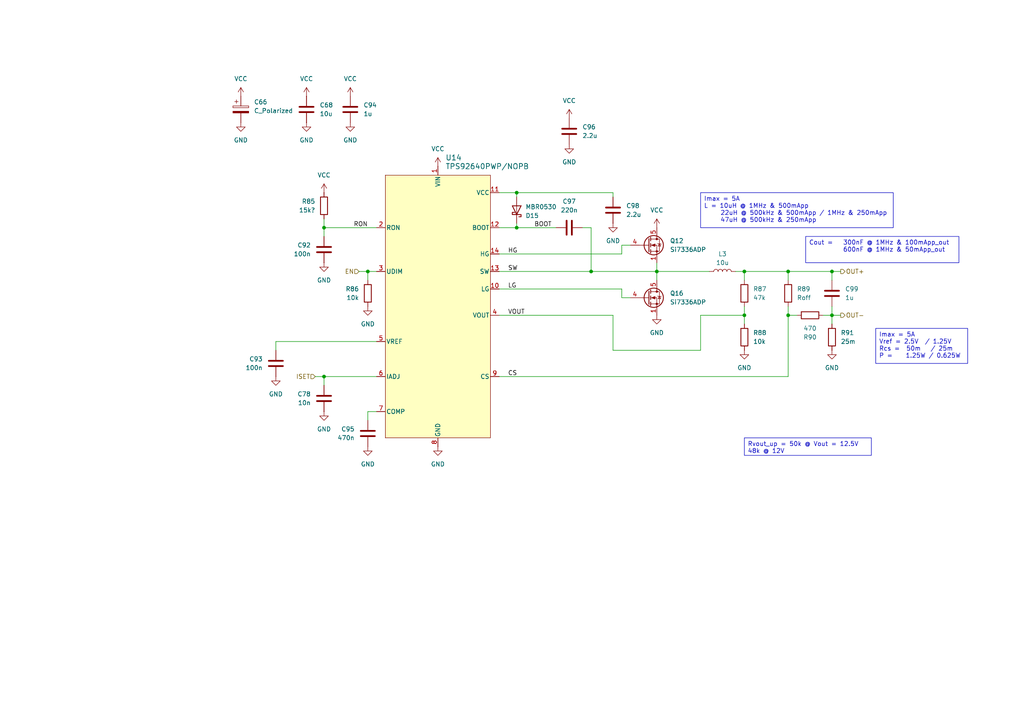
<source format=kicad_sch>
(kicad_sch (version 20231120) (generator "eeschema") (generator_version "8.0")
  (paper "A4")
  (title_block (title "Beerpak") (company "©2024 Luca Anastasio"))
  (lib_symbols
    (symbol "Device:C" (pin_numbers hide) (pin_names (offset 0.254))
      (property "Reference" "C" (at 0.635 2.54 0))
      (property "Value" "C" (at 0.635 -2.54 0))
      (symbol "C_0_1"
        (polyline (pts (xy -2.032 -0.762) (xy 2.032 -0.762)) (stroke (width 0.508)))
        (polyline (pts (xy -2.032 0.762) (xy 2.032 0.762)) (stroke (width 0.508)))
      )
      (symbol "C_1_1"
        (pin passive line (at 0 3.81 270) (length 2.794) (name "~") (number "1"))
        (pin passive line (at 0 -3.81 90) (length 2.794) (name "~") (number "2"))
      )
    )
    (symbol "Device:C_Polarized" (pin_numbers hide) (pin_names (offset 0.254))
      (property "Reference" "C" (at 0.635 2.54 0))
      (property "Value" "C_Polarized" (at 0.635 -2.54 0))
      (symbol "C_Polarized_0_1"
        (rectangle (start -2.286 0.508) (end 2.286 1.016))
        (polyline (pts (xy -1.778 2.286) (xy -0.762 2.286)))
        (polyline (pts (xy -1.27 2.794) (xy -1.27 1.778)))
        (rectangle (start 2.286 -0.508) (end -2.286 -1.016) (fill (type outline)))
      )
      (symbol "C_Polarized_1_1"
        (pin passive line (at 0 3.81 270) (length 2.794) (name "~") (number "1"))
        (pin passive line (at 0 -3.81 90) (length 2.794) (name "~") (number "2"))
      )
    )
    (symbol "Device:L" (pin_numbers hide) (pin_names (offset 1.016) hide)
      (property "Reference" "L" (at -1.27 0 90))
      (property "Value" "L" (at 1.905 0 90))
      (symbol "L_0_1"
        (arc (start 0 -2.54) (mid 0.6323 -1.905) (end 0 -1.27))
        (arc (start 0 -1.27) (mid 0.6323 -0.635) (end 0 0))
        (arc (start 0 0) (mid 0.6323 0.635) (end 0 1.27))
        (arc (start 0 1.27) (mid 0.6323 1.905) (end 0 2.54))
      )
      (symbol "L_1_1"
        (pin passive line (at 0 3.81 270) (length 1.27) (name "1") (number "1"))
        (pin passive line (at 0 -3.81 90) (length 1.27) (name "2") (number "2"))
      )
    )
    (symbol "Device:R" (pin_numbers hide) (pin_names (offset 0))
      (property "Reference" "R" (at 2.032 0 90))
      (property "Value" "R" (at 0 0 90))
      (symbol "R_0_1"
        (rectangle (start -1.016 -2.54) (end 1.016 2.54) (stroke (width 0.254)))
      )
      (symbol "R_1_1"
        (pin passive line (at 0 3.81 270) (length 1.27) (name "~") (number "1"))
        (pin passive line (at 0 -3.81 90) (length 1.27) (name "~") (number "2"))
      )
    )
    (symbol "Diode:MBR0530" (pin_numbers hide) (pin_names (offset 1.016) hide)
      (property "Reference" "D" (at 0 2.54 0))
      (property "Value" "MBR0530" (at 0 -2.54 0))
      (symbol "MBR0530_0_1"
        (polyline (pts (xy 1.27 0) (xy -1.27 0)))
        (polyline (pts (xy 1.27 1.27) (xy 1.27 -1.27) (xy -1.27 0) (xy 1.27 1.27)) (stroke (width 0.254)))
        (polyline (pts (xy -1.905 0.635) (xy -1.905 1.27) (xy -1.27 1.27) (xy -1.27 -1.27) (xy -0.635 -1.27) (xy -0.635 -0.635)) (stroke (width 0.254)))
      )
      (symbol "MBR0530_1_1"
        (pin passive line (at -3.81 0 0) (length 2.54) (name "K") (number "1"))
        (pin passive line (at 3.81 0 180) (length 2.54) (name "A") (number "2"))
      )
    )
    (symbol "Transistor_FET:Si7336ADP" (pin_names hide)
      (property "Reference" "Q" (at 5.08 1.905 0))
      (property "Value" "Si7336ADP" (at 5.08 0 0))
      (symbol "Si7336ADP_0_1"
        (polyline (pts (xy 0.254 0) (xy -2.54 0)))
        (polyline (pts (xy 0.254 1.905) (xy 0.254 -1.905)) (stroke (width 0.254)))
        (polyline (pts (xy 0.762 -1.27) (xy 0.762 -2.286)) (stroke (width 0.254)))
        (polyline (pts (xy 0.762 0.508) (xy 0.762 -0.508)) (stroke (width 0.254)))
        (polyline (pts (xy 0.762 2.286) (xy 0.762 1.27)) (stroke (width 0.254)))
        (polyline (pts (xy 2.54 2.54) (xy 2.54 1.778)))
        (polyline (pts (xy 2.54 -2.54) (xy 2.54 0) (xy 0.762 0)))
        (polyline (pts (xy 0.762 -1.778) (xy 3.302 -1.778) (xy 3.302 1.778) (xy 0.762 1.778)))
        (polyline (pts (xy 1.016 0) (xy 2.032 0.381) (xy 2.032 -0.381) (xy 1.016 0)) (fill (type outline)))
        (polyline (pts (xy 2.794 0.508) (xy 2.921 0.381) (xy 3.683 0.381) (xy 3.81 0.254)))
        (polyline (pts (xy 3.302 0.381) (xy 2.921 -0.254) (xy 3.683 -0.254) (xy 3.302 0.381)))
        (circle (center 1.651 0) (radius 2.794) (stroke (width 0.254)))
        (circle (center 2.54 -1.778) (radius 0.254) (fill (type outline)))
        (circle (center 2.54 1.778) (radius 0.254) (fill (type outline)))
      )
      (symbol "Si7336ADP_1_1"
        (pin passive line (at 2.54 -5.08 90) (length 2.54) (name "S") (number "1"))
        (pin passive line (at 2.54 -5.08 90) (length 2.54) hide (name "S") (number "2"))
        (pin passive line (at 2.54 -5.08 90) (length 2.54) hide (name "S") (number "3"))
        (pin input line (at -5.08 0 0) (length 2.54) (name "G") (number "4"))
        (pin passive line (at 2.54 5.08 270) (length 2.54) (name "D") (number "5"))
      )
    )
    (symbol "portabeer:TPS92640" (pin_names (offset 0.254))
      (property "Reference" "U" (at 15.24 43.688 0))
      (property "Value" "TPS92640PWP/NOPB" (at 15.24 41.148 0))
      (symbol "TPS92640_0_1"
        (pin power_in line (at 0 40.64 270) (length 2.54) (name "VIN") (number "1"))
        (pin output line (at 17.78 5.08 180) (length 2.54) (name "LG") (number "10"))
        (pin power_in line (at 17.78 33.02 180) (length 2.54) (name "VCC") (number "11"))
        (pin power_in line (at 17.78 22.86 180) (length 2.54) (name "BOOT") (number "12"))
        (pin power_in line (at 17.78 10.16 180) (length 2.54) (name "SW") (number "13"))
        (pin output line (at 17.78 15.24 180) (length 2.54) (name "HG") (number "14"))
        (pin input line (at -17.78 22.86 0) (length 2.54) (name "RON") (number "2"))
        (pin input line (at -17.78 10.16 0) (length 2.54) (name "UDIM") (number "3"))
        (pin output line (at 17.78 -2.54 180) (length 2.54) (name "VOUT") (number "4"))
        (pin power_in line (at -17.78 -10.16 0) (length 2.54) (name "VREF") (number "5"))
        (pin input line (at -17.78 -20.32 0) (length 2.54) (name "IADJ") (number "6"))
        (pin output line (at -17.78 -30.48 0) (length 2.54) (name "COMP") (number "7"))
        (pin power_in line (at 0 -40.64 90) (length 2.54) (name "GND") (number "8"))
        (pin input line (at 17.78 -20.32 180) (length 2.54) (name "CS") (number "9"))
      )
      (symbol "TPS92640_1_1"
        (rectangle (start -15.24 38.1) (end 15.24 -38.1) (fill (type background)))
        (pin power_in line (at 0 -40.64 90) (length 2.54) hide (name "PAD") (number "15"))
      )
    )
    (symbol "power:GND" (power) (pin_numbers hide) (pin_names (offset 0) hide)
      (property "Value" "GND" (at 0 -3.81 0))
      (symbol "GND_0_1"
        (polyline (pts (xy 0 0) (xy 0 -1.27) (xy 1.27 -1.27) (xy 0 -2.54) (xy -1.27 -1.27) (xy 0 -1.27)))
      )
      (symbol "GND_1_1"
        (pin power_in line (at 0 0 270) (length 0) (name "~") (number "1"))
      )
    )
    (symbol "power:VCC" (power) (pin_numbers hide) (pin_names (offset 0) hide)
      (property "Value" "VCC" (at 0 3.556 0))
      (symbol "VCC_0_1"
        (polyline (pts (xy -0.762 1.27) (xy 0 2.54)))
        (polyline (pts (xy 0 0) (xy 0 2.54)))
        (polyline (pts (xy 0 2.54) (xy 0.762 1.27)))
      )
      (symbol "VCC_1_1"
        (pin power_in line (at 0 0 90) (length 0) (name "~") (number "1"))
      )
    )
  )
  (junction (at 241.3 78.74))
  (junction (at 228.6 91.44))
  (junction (at 93.98 66.04))
  (junction (at 106.68 78.74))
  (junction (at 171.45 78.74))
  (junction (at 149.86 66.04))
  (junction (at 241.3 91.44))
  (junction (at 190.5 78.74))
  (junction (at 215.9 78.74))
  (junction (at 228.6 78.74))
  (junction (at 149.86 55.88))
  (junction (at 215.9 91.44))
  (junction (at 93.98 109.22))
  (wire (pts (xy 177.8 101.6) (xy 203.2 101.6)))
  (wire (pts (xy 180.34 71.12) (xy 180.34 73.66)))
  (wire (pts (xy 177.8 55.88) (xy 149.86 55.88)))
  (wire (pts (xy 144.78 55.88) (xy 149.86 55.88)))
  (wire (pts (xy 106.68 78.74) (xy 106.68 81.28)))
  (wire (pts (xy 215.9 91.44) (xy 215.9 93.98)))
  (wire (pts (xy 241.3 78.74) (xy 241.3 81.28)))
  (wire (pts (xy 177.8 57.15) (xy 177.8 55.88)))
  (wire (pts (xy 149.86 55.88) (xy 149.86 57.15)))
  (wire (pts (xy 109.22 66.04) (xy 93.98 66.04)))
  (wire (pts (xy 93.98 109.22) (xy 109.22 109.22)))
  (wire (pts (xy 109.22 119.38) (xy 106.68 119.38)))
  (wire (pts (xy 180.34 83.82) (xy 144.78 83.82)))
  (wire (pts (xy 228.6 88.9) (xy 228.6 91.44)))
  (wire (pts (xy 144.78 91.44) (xy 177.8 91.44)))
  (wire (pts (xy 106.68 119.38) (xy 106.68 121.92)))
  (wire (pts (xy 213.36 78.74) (xy 215.9 78.74)))
  (wire (pts (xy 91.44 109.22) (xy 93.98 109.22)))
  (wire (pts (xy 190.5 78.74) (xy 205.74 78.74)))
  (wire (pts (xy 109.22 99.06) (xy 80.01 99.06)))
  (wire (pts (xy 228.6 81.28) (xy 228.6 78.74)))
  (wire (pts (xy 93.98 66.04) (xy 93.98 68.58)))
  (wire (pts (xy 203.2 101.6) (xy 203.2 91.44)))
  (wire (pts (xy 180.34 86.36) (xy 180.34 83.82)))
  (wire (pts (xy 144.78 66.04) (xy 149.86 66.04)))
  (wire (pts (xy 228.6 78.74) (xy 241.3 78.74)))
  (wire (pts (xy 93.98 109.22) (xy 93.98 111.76)))
  (wire (pts (xy 144.78 109.22) (xy 228.6 109.22)))
  (wire (pts (xy 171.45 66.04) (xy 168.91 66.04)))
  (wire (pts (xy 241.3 91.44) (xy 241.3 93.98)))
  (wire (pts (xy 182.88 71.12) (xy 180.34 71.12)))
  (wire (pts (xy 215.9 88.9) (xy 215.9 91.44)))
  (wire (pts (xy 215.9 78.74) (xy 215.9 81.28)))
  (wire (pts (xy 190.5 78.74) (xy 190.5 81.28)))
  (wire (pts (xy 149.86 66.04) (xy 149.86 64.77)))
  (wire (pts (xy 241.3 88.9) (xy 241.3 91.44)))
  (wire (pts (xy 161.29 66.04) (xy 149.86 66.04)))
  (wire (pts (xy 171.45 66.04) (xy 171.45 78.74)))
  (wire (pts (xy 238.76 91.44) (xy 241.3 91.44)))
  (wire (pts (xy 182.88 86.36) (xy 180.34 86.36)))
  (wire (pts (xy 93.98 63.5) (xy 93.98 66.04)))
  (wire (pts (xy 106.68 78.74) (xy 109.22 78.74)))
  (wire (pts (xy 177.8 91.44) (xy 177.8 101.6)))
  (wire (pts (xy 241.3 91.44) (xy 243.84 91.44)))
  (wire (pts (xy 203.2 91.44) (xy 215.9 91.44)))
  (wire (pts (xy 171.45 78.74) (xy 190.5 78.74)))
  (wire (pts (xy 144.78 78.74) (xy 171.45 78.74)))
  (wire (pts (xy 104.14 78.74) (xy 106.68 78.74)))
  (wire (pts (xy 215.9 78.74) (xy 228.6 78.74)))
  (wire (pts (xy 180.34 73.66) (xy 144.78 73.66)))
  (wire (pts (xy 190.5 76.2) (xy 190.5 78.74)))
  (wire (pts (xy 228.6 109.22) (xy 228.6 91.44)))
  (wire (pts (xy 228.6 91.44) (xy 231.14 91.44)))
  (wire (pts (xy 80.01 99.06) (xy 80.01 101.6)))
  (wire (pts (xy 241.3 78.74) (xy 243.84 78.74)))
  (text_box "Imax = 5A\nVref = 2.5V  / 1.25V\nRcs =  50m   / 25m\nP =    1.25W / 0.625W" (at 254 95.25 0) (size 26.67 10.16) (effects (font (size 1.27 1.27)) (justify left top)))
  (text_box "Rvout_up = 50k @ Vout = 12.5V\n48k @ 12V" (at 215.9 127 0) (size 36.83 5.08) (effects (font (size 1.27 1.27)) (justify left top)))
  (text_box "Imax = 5A\nL = 10uH @ 1MHz & 500mApp\n	22uH @ 500kHz & 500mApp / 1MHz & 250mApp\n	47uH @ 500kHz & 250mApp\n	" (at 203.2 55.88 0) (size 55.88 10.16) (effects (font (size 1.27 1.27)) (justify left top)))
  (text_box "Cout =	300nF @ 1MHz & 100mApp_out\n		600nF @ 1MHz & 50mApp_out" (at 233.68 68.58 0) (size 44.45 7.62) (effects (font (size 1.27 1.27)) (justify left top)))
  (label "HG" (at 147.32 73.66 0))
  (label "SW" (at 147.32 78.74 0))
  (label "CS" (at 147.32 109.22 0))
  (label "BOOT" (at 154.94 66.04 0))
  (label "RON" (at 106.68 66.04 180))
  (label "VOUT" (at 147.32 91.44 0))
  (label "LG" (at 147.32 83.82 0))
  (hierarchical_label "ISET" (shape input) (at 91.44 109.22 180))
  (hierarchical_label "OUT+" (shape output) (at 243.84 78.74 0))
  (hierarchical_label "OUT-" (shape output) (at 243.84 91.44 0))
  (hierarchical_label "EN" (shape input) (at 104.14 78.74 180))
  (symbol (lib_id "power:GND") (at 190.5 91.44 0) (mirror y) (unit 1)
    (property "Reference" "#PWR0306" (effects (hide yes)))
    (property "Value" "GND" (at 190.5 96.52 0))
    (property "Description" "Power symbol creates a global label with name \"GND\" , ground" (effects (hide yes)))
    (instances (project "portabeer_pcb" (path "" (reference "#PWR0306") (unit 1)) (path "" (reference "#PWR0322") (unit 1))))
  )
  (symbol (lib_id "Device:C") (at 177.8 60.96 0) (unit 1)
    (property "Reference" "C98" (at 181.61 59.6899 0) (effects (justify left)))
    (property "Value" "2.2u" (at 181.61 62.2299 0) (effects (justify left)))
    (property "Footprint" "Capacitor_SMD:C_0603_1608Metric" (effects (hide yes)))
    (property "Description" "Unpolarized capacitor" (effects (hide yes)))
    (instances (project "portabeer_pcb" (path "" (reference "C98") (unit 1)) (path "" (reference "C106") (unit 1))))
  )
  (symbol (lib_id "power:VCC") (at 127 48.26 0) (unit 1)
    (property "Reference" "#PWR0300" (effects (hide yes)))
    (property "Value" "VCC" (at 127 43.18 0))
    (property "Description" "Power symbol creates a global label with name \"VCC\"" (effects (hide yes)))
    (instances (project "portabeer_pcb" (path "" (reference "#PWR0300") (unit 1)) (path "" (reference "#PWR0316") (unit 1))))
  )
  (symbol (lib_id "Transistor_FET:Si7336ADP") (at 187.96 86.36 0) (unit 1)
    (property "Reference" "Q16" (at 194.31 85.0899 0) (effects (justify left)))
    (property "Value" "Si7336ADP" (at 194.31 87.6299 0) (effects (justify left)))
    (property "Footprint" "Package_SO:PowerPAK_SO-8_Single" (effects (hide yes)))
    (property "Datasheet" "https://www.vishay.com/docs/73152/si7336adp.pdf" (effects (hide yes)))
    (property "Description" "30A Id, 30V Vds, 2.4mOhm Ron, PowerPAK-8" (effects (hide yes)))
    (instances (project "" (path "" (reference "Q16") (unit 1)) (path "" (reference "Q17") (unit 1))))
  )
  (symbol (lib_id "power:VCC") (at 165.1 34.29 0) (unit 1)
    (property "Reference" "#PWR0302" (effects (hide yes)))
    (property "Value" "VCC" (at 165.1 29.21 0))
    (property "Description" "Power symbol creates a global label with name \"VCC\"" (effects (hide yes)))
    (instances (project "portabeer_pcb" (path "" (reference "#PWR0302") (unit 1)) (path "" (reference "#PWR0318") (unit 1))))
  )
  (symbol (lib_id "Device:C") (at 165.1 38.1 0) (unit 1)
    (property "Reference" "C96" (at 168.91 36.8299 0) (effects (justify left)))
    (property "Value" "2.2u" (at 168.91 39.3699 0) (effects (justify left)))
    (property "Footprint" "Capacitor_SMD:C_0805_2012Metric" (effects (hide yes)))
    (property "Description" "Unpolarized capacitor" (effects (hide yes)))
    (instances (project "portabeer_pcb" (path "" (reference "C96") (unit 1)) (path "" (reference "C104") (unit 1))))
  )
  (symbol (lib_id "power:VCC") (at 69.85 27.94 0) (unit 1)
    (property "Reference" "#PWR0210" (effects (hide yes)))
    (property "Value" "VCC" (at 69.85 22.86 0))
    (property "Description" "Power symbol creates a global label with name \"VCC\"" (effects (hide yes)))
    (instances (project "portabeer_pcb" (path "" (reference "#PWR0210") (unit 1)) (path "" (reference "#PWR0222") (unit 1))))
  )
  (symbol (lib_id "power:VCC") (at 190.5 66.04 0) (unit 1)
    (property "Reference" "#PWR0305" (effects (hide yes)))
    (property "Value" "VCC" (at 190.5 60.96 0))
    (property "Description" "Power symbol creates a global label with name \"VCC\"" (effects (hide yes)))
    (instances (project "portabeer_pcb" (path "" (reference "#PWR0305") (unit 1)) (path "" (reference "#PWR0321") (unit 1))))
  )
  (symbol (lib_id "Device:R") (at 106.68 85.09 0) (mirror y) (unit 1)
    (property "Reference" "R86" (at 104.14 83.8199 0) (effects (justify left)))
    (property "Value" "10k" (at 104.14 86.3599 0) (effects (justify left)))
    (property "Footprint" "Resistor_SMD:R_0603_1608Metric" (effects (hide yes)))
    (property "Description" "Resistor" (effects (hide yes)))
    (instances (project "portabeer_pcb" (path "" (reference "R86") (unit 1)) (path "" (reference "R93") (unit 1))))
  )
  (symbol (lib_id "Device:L") (at 209.55 78.74 90) (unit 1)
    (property "Reference" "L3" (at 209.55 73.66 90))
    (property "Value" "10u" (at 209.55 76.2 90))
    (property "Footprint" "Inductor_SMD:L_Sunlord_MWSA1004S" (effects (hide yes)))
    (property "Description" "Inductor" (effects (hide yes)))
    (instances (project "" (path "" (reference "L3") (unit 1)) (path "" (reference "L4") (unit 1))))
  )
  (symbol (lib_id "Device:R") (at 215.9 97.79 0) (unit 1)
    (property "Reference" "R88" (at 218.44 96.5199 0) (effects (justify left)))
    (property "Value" "10k" (at 218.44 99.0599 0) (effects (justify left)))
    (property "Footprint" "Resistor_SMD:R_0603_1608Metric" (effects (hide yes)))
    (property "Description" "Resistor" (effects (hide yes)))
    (instances (project "portabeer_pcb" (path "" (reference "R88") (unit 1)) (path "" (reference "R95") (unit 1))))
  )
  (symbol (lib_id "Device:C_Polarized") (at 69.85 31.75 0) (unit 1)
    (property "Reference" "C66" (at 73.66 29.5909 0) (effects (justify left)))
    (property "Value" "C_Polarized" (at 73.66 32.1309 0) (effects (justify left)))
    (property "Footprint" "Capacitor_THT:CP_Radial_D10.0mm_P5.00mm" (effects (hide yes)))
    (property "Description" "Polarized capacitor" (effects (hide yes)))
    (instances (project "portabeer_pcb" (path "" (reference "C66") (unit 1)) (path "" (reference "C71") (unit 1))))
  )
  (symbol (lib_id "Device:R") (at 241.3 97.79 0) (unit 1)
    (property "Reference" "R91" (at 243.84 96.5199 0) (effects (justify left)))
    (property "Value" "25m" (at 243.84 99.0599 0) (effects (justify left)))
    (property "Footprint" "Resistor_SMD:R_2010_5025Metric" (effects (hide yes)))
    (property "Description" "Resistor" (effects (hide yes)))
    (instances (project "portabeer_pcb" (path "" (reference "R91") (unit 1)) (path "" (reference "R98") (unit 1))))
  )
  (symbol (lib_id "Device:C") (at 80.01 105.41 0) (unit 1)
    (property "Reference" "C93" (at 76.2 104.1399 0) (effects (justify right)))
    (property "Value" "100n" (at 76.2 106.6799 0) (effects (justify right)))
    (property "Footprint" "Capacitor_SMD:C_0603_1608Metric" (effects (hide yes)))
    (property "Description" "Unpolarized capacitor" (effects (hide yes)))
    (instances (project "portabeer_pcb" (path "" (reference "C93") (unit 1)) (path "" (reference "C101") (unit 1))))
  )
  (symbol (lib_id "Device:C") (at 93.98 72.39 0) (unit 1)
    (property "Reference" "C92" (at 90.17 71.1199 0) (effects (justify right)))
    (property "Value" "100n" (at 90.17 73.6599 0) (effects (justify right)))
    (property "Footprint" "Capacitor_SMD:C_0603_1608Metric" (effects (hide yes)))
    (property "Description" "Unpolarized capacitor" (effects (hide yes)))
    (instances (project "portabeer_pcb" (path "" (reference "C92") (unit 1)) (path "" (reference "C100") (unit 1))))
  )
  (symbol (lib_id "power:GND") (at 241.3 101.6 0) (mirror y) (unit 1)
    (property "Reference" "#PWR0308" (effects (hide yes)))
    (property "Value" "GND" (at 241.3 106.68 0))
    (property "Description" "Power symbol creates a global label with name \"GND\" , ground" (effects (hide yes)))
    (instances (project "portabeer_pcb" (path "" (reference "#PWR0308") (unit 1)) (path "" (reference "#PWR0324") (unit 1))))
  )
  (symbol (lib_id "power:VCC") (at 88.9 27.94 0) (unit 1)
    (property "Reference" "#PWR0217" (effects (hide yes)))
    (property "Value" "VCC" (at 88.9 22.86 0))
    (property "Description" "Power symbol creates a global label with name \"VCC\"" (effects (hide yes)))
    (instances (project "portabeer_pcb" (path "" (reference "#PWR0217") (unit 1)) (path "" (reference "#PWR0262") (unit 1))))
  )
  (symbol (lib_id "power:GND") (at 215.9 101.6 0) (mirror y) (unit 1)
    (property "Reference" "#PWR0307" (effects (hide yes)))
    (property "Value" "GND" (at 215.9 106.68 0))
    (property "Description" "Power symbol creates a global label with name \"GND\" , ground" (effects (hide yes)))
    (instances (project "portabeer_pcb" (path "" (reference "#PWR0307") (unit 1)) (path "" (reference "#PWR0323") (unit 1))))
  )
  (symbol (lib_id "power:GND") (at 88.9 35.56 0) (unit 1)
    (property "Reference" "#PWR0218" (effects (hide yes)))
    (property "Value" "GND" (at 88.9 40.64 0))
    (property "Description" "Power symbol creates a global label with name \"GND\" , ground" (effects (hide yes)))
    (instances (project "portabeer_pcb" (path "" (reference "#PWR0218") (unit 1)) (path "" (reference "#PWR0263") (unit 1))))
  )
  (symbol (lib_id "Transistor_FET:Si7336ADP") (at 187.96 71.12 0) (unit 1)
    (property "Reference" "Q12" (at 194.31 69.8499 0) (effects (justify left)))
    (property "Value" "Si7336ADP" (at 194.31 72.3899 0) (effects (justify left)))
    (property "Footprint" "Package_SO:PowerPAK_SO-8_Single" (effects (hide yes)))
    (property "Datasheet" "https://www.vishay.com/docs/73152/si7336adp.pdf" (effects (hide yes)))
    (property "Description" "30A Id, 30V Vds, 2.4mOhm Ron, PowerPAK-8" (effects (hide yes)))
    (instances (project "portabeer_pcb" (path "" (reference "Q12") (unit 1)) (path "" (reference "Q13") (unit 1))))
  )
  (symbol (lib_id "power:GND") (at 69.85 35.56 0) (unit 1)
    (property "Reference" "#PWR0211" (effects (hide yes)))
    (property "Value" "GND" (at 69.85 40.64 0))
    (property "Description" "Power symbol creates a global label with name \"GND\" , ground" (effects (hide yes)))
    (instances (project "portabeer_pcb" (path "" (reference "#PWR0211") (unit 1)) (path "" (reference "#PWR0223") (unit 1))))
  )
  (symbol (lib_id "Device:C") (at 165.1 66.04 90) (unit 1)
    (property "Reference" "C97" (at 165.1 58.42 90))
    (property "Value" "220n" (at 165.1 60.96 90))
    (property "Footprint" "Capacitor_SMD:C_0603_1608Metric" (effects (hide yes)))
    (property "Description" "Unpolarized capacitor" (effects (hide yes)))
    (instances (project "portabeer_pcb" (path "" (reference "C97") (unit 1)) (path "" (reference "C105") (unit 1))))
  )
  (symbol (lib_id "Device:R") (at 228.6 85.09 0) (unit 1)
    (property "Reference" "R89" (at 231.14 83.8199 0) (effects (justify left)))
    (property "Value" "Roff" (at 231.14 86.3599 0) (effects (justify left)))
    (property "Footprint" "Resistor_SMD:R_0603_1608Metric" (effects (hide yes)))
    (property "Description" "Resistor" (effects (hide yes)))
    (instances (project "portabeer_pcb" (path "" (reference "R89") (unit 1)) (path "" (reference "R96") (unit 1))))
  )
  (symbol (lib_id "Device:R") (at 234.95 91.44 90) (unit 1)
    (property "Reference" "R90" (at 234.95 97.79 90))
    (property "Value" "470" (at 234.95 95.25 90))
    (property "Footprint" "Resistor_SMD:R_0603_1608Metric" (effects (hide yes)))
    (property "Description" "Resistor" (effects (hide yes)))
    (instances (project "" (path "" (reference "R90") (unit 1)) (path "" (reference "R97") (unit 1))))
  )
  (symbol (lib_id "Device:C") (at 106.68 125.73 0) (mirror y) (unit 1)
    (property "Reference" "C95" (at 102.87 124.4599 0) (effects (justify left)))
    (property "Value" "470n" (at 102.87 126.9999 0) (effects (justify left)))
    (property "Footprint" "Capacitor_SMD:C_0603_1608Metric" (effects (hide yes)))
    (property "Description" "Unpolarized capacitor" (effects (hide yes)))
    (instances (project "portabeer_pcb" (path "" (reference "C95") (unit 1)) (path "" (reference "C103") (unit 1))))
  )
  (symbol (lib_id "power:VCC") (at 93.98 55.88 0) (unit 1)
    (property "Reference" "#PWR0293" (effects (hide yes)))
    (property "Value" "VCC" (at 93.98 50.8 0))
    (property "Description" "Power symbol creates a global label with name \"VCC\"" (effects (hide yes)))
    (instances (project "portabeer_pcb" (path "" (reference "#PWR0293") (unit 1)) (path "" (reference "#PWR0309") (unit 1))))
  )
  (symbol (lib_id "power:GND") (at 106.68 88.9 0) (unit 1)
    (property "Reference" "#PWR0298" (effects (hide yes)))
    (property "Value" "GND" (at 106.68 93.98 0))
    (property "Description" "Power symbol creates a global label with name \"GND\" , ground" (effects (hide yes)))
    (instances (project "portabeer_pcb" (path "" (reference "#PWR0298") (unit 1)) (path "" (reference "#PWR0314") (unit 1))))
  )
  (symbol (lib_id "power:GND") (at 80.01 109.22 0) (unit 1)
    (property "Reference" "#PWR0295" (effects (hide yes)))
    (property "Value" "GND" (at 80.01 114.3 0))
    (property "Description" "Power symbol creates a global label with name \"GND\" , ground" (effects (hide yes)))
    (instances (project "portabeer_pcb" (path "" (reference "#PWR0295") (unit 1)) (path "" (reference "#PWR0311") (unit 1))))
  )
  (symbol (lib_id "power:GND") (at 177.8 64.77 0) (unit 1)
    (property "Reference" "#PWR0304" (effects (hide yes)))
    (property "Value" "GND" (at 177.8 69.85 0))
    (property "Description" "Power symbol creates a global label with name \"GND\" , ground" (effects (hide yes)))
    (instances (project "portabeer_pcb" (path "" (reference "#PWR0304") (unit 1)) (path "" (reference "#PWR0320") (unit 1))))
  )
  (symbol (lib_id "Device:C") (at 241.3 85.09 0) (mirror y) (unit 1)
    (property "Reference" "C99" (at 245.11 83.8199 0) (effects (justify right)))
    (property "Value" "1u" (at 245.11 86.3599 0) (effects (justify right)))
    (property "Footprint" "Capacitor_SMD:C_0805_2012Metric" (effects (hide yes)))
    (property "Description" "Unpolarized capacitor" (effects (hide yes)))
    (instances (project "portabeer_pcb" (path "" (reference "C99") (unit 1)) (path "" (reference "C107") (unit 1))))
  )
  (symbol (lib_id "power:GND") (at 93.98 119.38 0) (mirror y) (unit 1)
    (property "Reference" "#PWR0190" (effects (hide yes)))
    (property "Value" "GND" (at 93.98 124.46 0))
    (property "Description" "Power symbol creates a global label with name \"GND\" , ground" (effects (hide yes)))
    (instances (project "portabeer_pcb" (path "" (reference "#PWR0190") (unit 1)) (path "" (reference "#PWR0192") (unit 1))))
  )
  (symbol (lib_id "Device:R") (at 93.98 59.69 0) (mirror y) (unit 1)
    (property "Reference" "R85" (at 91.44 58.4199 0) (effects (justify left)))
    (property "Value" "15k?" (at 91.44 60.9599 0) (effects (justify left)))
    (property "Footprint" "Resistor_SMD:R_0603_1608Metric" (effects (hide yes)))
    (property "Description" "Resistor" (effects (hide yes)))
    (instances (project "portabeer_pcb" (path "" (reference "R85") (unit 1)) (path "" (reference "R92") (unit 1))))
  )
  (symbol (lib_id "Device:C") (at 88.9 31.75 0) (unit 1)
    (property "Reference" "C68" (at 92.71 30.4799 0) (effects (justify left)))
    (property "Value" "10u" (at 92.71 33.0199 0) (effects (justify left)))
    (property "Footprint" "Capacitor_SMD:C_1206_3216Metric" (effects (hide yes)))
    (property "Description" "Unpolarized capacitor" (effects (hide yes)))
    (instances (project "portabeer_pcb" (path "" (reference "C68") (unit 1)) (path "" (reference "C81") (unit 1))))
  )
  (symbol (lib_id "portabeer:TPS92640") (at 127 88.9 0) (unit 1)
    (property "Reference" "U14" (at 129.1941 45.72 0) (effects (font (size 1.524 1.524)) (justify left)))
    (property "Value" "TPS92640PWP/NOPB" (at 129.1941 48.26 0) (effects (font (size 1.524 1.524)) (justify left)))
    (property "Footprint" "Package_SO:HTSSOP-14-1EP_4.4x5mm_P0.65mm_EP3.4x5mm_Mask3x3.1mm" (effects (hide yes)))
    (property "Datasheet" "https://www.ti.com/lit/gpn/tps92640" (effects (hide yes)))
    (instances (project "" (path "" (reference "U14") (unit 1)) (path "" (reference "U15") (unit 1))))
  )
  (symbol (lib_id "power:GND") (at 101.6 35.56 0) (unit 1)
    (property "Reference" "#PWR0297" (effects (hide yes)))
    (property "Value" "GND" (at 101.6 40.64 0))
    (property "Description" "Power symbol creates a global label with name \"GND\" , ground" (effects (hide yes)))
    (instances (project "portabeer_pcb" (path "" (reference "#PWR0297") (unit 1)) (path "" (reference "#PWR0313") (unit 1))))
  )
  (symbol (lib_id "power:GND") (at 165.1 41.91 0) (unit 1)
    (property "Reference" "#PWR0303" (effects (hide yes)))
    (property "Value" "GND" (at 165.1 46.99 0))
    (property "Description" "Power symbol creates a global label with name \"GND\" , ground" (effects (hide yes)))
    (instances (project "portabeer_pcb" (path "" (reference "#PWR0303") (unit 1)) (path "" (reference "#PWR0319") (unit 1))))
  )
  (symbol (lib_id "Device:C") (at 101.6 31.75 0) (unit 1)
    (property "Reference" "C94" (at 105.41 30.4799 0) (effects (justify left)))
    (property "Value" "1u" (at 105.41 33.0199 0) (effects (justify left)))
    (property "Footprint" "Capacitor_SMD:C_0603_1608Metric" (effects (hide yes)))
    (property "Description" "Unpolarized capacitor" (effects (hide yes)))
    (instances (project "portabeer_pcb" (path "" (reference "C94") (unit 1)) (path "" (reference "C102") (unit 1))))
  )
  (symbol (lib_id "power:VCC") (at 101.6 27.94 0) (unit 1)
    (property "Reference" "#PWR0296" (effects (hide yes)))
    (property "Value" "VCC" (at 101.6 22.86 0))
    (property "Description" "Power symbol creates a global label with name \"VCC\"" (effects (hide yes)))
    (instances (project "portabeer_pcb" (path "" (reference "#PWR0296") (unit 1)) (path "" (reference "#PWR0312") (unit 1))))
  )
  (symbol (lib_id "power:GND") (at 93.98 76.2 0) (unit 1)
    (property "Reference" "#PWR0294" (effects (hide yes)))
    (property "Value" "GND" (at 93.98 81.28 0))
    (property "Description" "Power symbol creates a global label with name \"GND\" , ground" (effects (hide yes)))
    (instances (project "portabeer_pcb" (path "" (reference "#PWR0294") (unit 1)) (path "" (reference "#PWR0310") (unit 1))))
  )
  (symbol (lib_id "Device:R") (at 215.9 85.09 0) (unit 1)
    (property "Reference" "R87" (at 218.44 83.8199 0) (effects (justify left)))
    (property "Value" "47k" (at 218.44 86.3599 0) (effects (justify left)))
    (property "Footprint" "Resistor_SMD:R_0603_1608Metric" (effects (hide yes)))
    (property "Description" "Resistor" (effects (hide yes)))
    (instances (project "portabeer_pcb" (path "" (reference "R87") (unit 1)) (path "" (reference "R94") (unit 1))))
  )
  (symbol (lib_id "power:GND") (at 127 129.54 0) (unit 1)
    (property "Reference" "#PWR0301" (effects (hide yes)))
    (property "Value" "GND" (at 127 134.62 0))
    (property "Description" "Power symbol creates a global label with name \"GND\" , ground" (effects (hide yes)))
    (instances (project "portabeer_pcb" (path "" (reference "#PWR0301") (unit 1)) (path "" (reference "#PWR0317") (unit 1))))
  )
  (symbol (lib_id "power:GND") (at 106.68 129.54 0) (unit 1)
    (property "Reference" "#PWR0299" (effects (hide yes)))
    (property "Value" "GND" (at 106.68 134.62 0))
    (property "Description" "Power symbol creates a global label with name \"GND\" , ground" (effects (hide yes)))
    (instances (project "portabeer_pcb" (path "" (reference "#PWR0299") (unit 1)) (path "" (reference "#PWR0315") (unit 1))))
  )
  (symbol (lib_id "Diode:MBR0530") (at 149.86 60.96 270) (mirror x) (unit 1)
    (property "Reference" "D15" (at 152.4 62.5476 90) (effects (justify left)))
    (property "Value" "MBR0530" (at 152.4 60.0076 90) (effects (justify left)))
    (property "Footprint" "Diode_SMD:D_SOD-123" (effects (hide yes)))
    (property "Datasheet" "http://www.mccsemi.com/up_pdf/MBR0520~MBR0580(SOD123).pdf" (effects (hide yes)))
    (property "Description" "30V 0.5A Schottky Power Rectifier Diode, SOD-123" (effects (hide yes)))
    (instances (project "portabeer_pcb" (path "" (reference "D15") (unit 1)) (path "" (reference "D16") (unit 1))))
  )
  (symbol (lib_id "Device:C") (at 93.98 115.57 0) (mirror y) (unit 1)
    (property "Reference" "C78" (at 90.17 114.2999 0) (effects (justify left)))
    (property "Value" "10n" (at 90.17 116.8399 0) (effects (justify left)))
    (property "Footprint" "Capacitor_SMD:C_0603_1608Metric" (effects (hide yes)))
    (property "Description" "Unpolarized capacitor" (effects (hide yes)))
    (instances (project "portabeer_pcb" (path "" (reference "C78") (unit 1)) (path "" (reference "C109") (unit 1))))
  )
)
</source>
